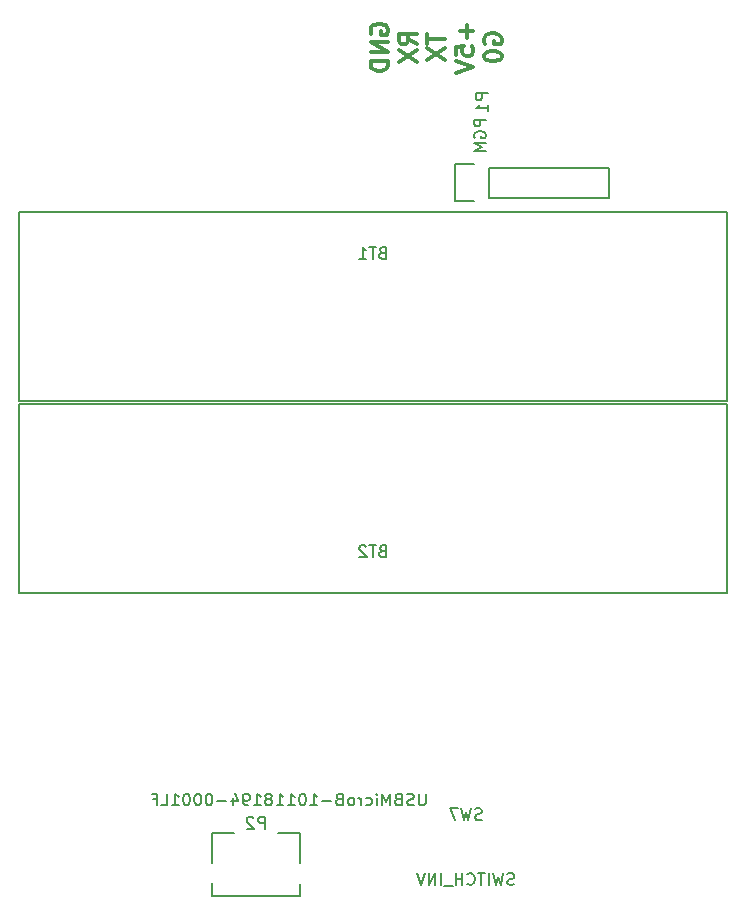
<source format=gbo>
G04 #@! TF.FileFunction,Legend,Bot*
%FSLAX46Y46*%
G04 Gerber Fmt 4.6, Leading zero omitted, Abs format (unit mm)*
G04 Created by KiCad (PCBNEW 4.0.2+dfsg1-stable) date Fri 28 Sep 2018 02:00:57 AM EDT*
%MOMM*%
G01*
G04 APERTURE LIST*
%ADD10C,0.100000*%
%ADD11C,0.300000*%
%ADD12C,0.150000*%
G04 APERTURE END LIST*
D10*
D11*
X86480000Y-24397143D02*
X86408571Y-24254286D01*
X86408571Y-24040000D01*
X86480000Y-23825715D01*
X86622857Y-23682857D01*
X86765714Y-23611429D01*
X87051429Y-23540000D01*
X87265714Y-23540000D01*
X87551429Y-23611429D01*
X87694286Y-23682857D01*
X87837143Y-23825715D01*
X87908571Y-24040000D01*
X87908571Y-24182857D01*
X87837143Y-24397143D01*
X87765714Y-24468572D01*
X87265714Y-24468572D01*
X87265714Y-24182857D01*
X87908571Y-25111429D02*
X86408571Y-25111429D01*
X87908571Y-25968572D01*
X86408571Y-25968572D01*
X87908571Y-26682858D02*
X86408571Y-26682858D01*
X86408571Y-27040001D01*
X86480000Y-27254286D01*
X86622857Y-27397144D01*
X86765714Y-27468572D01*
X87051429Y-27540001D01*
X87265714Y-27540001D01*
X87551429Y-27468572D01*
X87694286Y-27397144D01*
X87837143Y-27254286D01*
X87908571Y-27040001D01*
X87908571Y-26682858D01*
X90308571Y-25290001D02*
X89594286Y-24790001D01*
X90308571Y-24432858D02*
X88808571Y-24432858D01*
X88808571Y-25004286D01*
X88880000Y-25147144D01*
X88951429Y-25218572D01*
X89094286Y-25290001D01*
X89308571Y-25290001D01*
X89451429Y-25218572D01*
X89522857Y-25147144D01*
X89594286Y-25004286D01*
X89594286Y-24432858D01*
X88808571Y-25790001D02*
X90308571Y-26790001D01*
X88808571Y-26790001D02*
X90308571Y-25790001D01*
X91208571Y-24397143D02*
X91208571Y-25254286D01*
X92708571Y-24825715D02*
X91208571Y-24825715D01*
X91208571Y-25611429D02*
X92708571Y-26611429D01*
X91208571Y-26611429D02*
X92708571Y-25611429D01*
X94537143Y-23611429D02*
X94537143Y-24754286D01*
X95108571Y-24182857D02*
X93965714Y-24182857D01*
X93608571Y-26182858D02*
X93608571Y-25468572D01*
X94322857Y-25397143D01*
X94251429Y-25468572D01*
X94180000Y-25611429D01*
X94180000Y-25968572D01*
X94251429Y-26111429D01*
X94322857Y-26182858D01*
X94465714Y-26254286D01*
X94822857Y-26254286D01*
X94965714Y-26182858D01*
X95037143Y-26111429D01*
X95108571Y-25968572D01*
X95108571Y-25611429D01*
X95037143Y-25468572D01*
X94965714Y-25397143D01*
X93608571Y-26682857D02*
X95108571Y-27182857D01*
X93608571Y-27682857D01*
X96080000Y-25218572D02*
X96008571Y-25075715D01*
X96008571Y-24861429D01*
X96080000Y-24647144D01*
X96222857Y-24504286D01*
X96365714Y-24432858D01*
X96651429Y-24361429D01*
X96865714Y-24361429D01*
X97151429Y-24432858D01*
X97294286Y-24504286D01*
X97437143Y-24647144D01*
X97508571Y-24861429D01*
X97508571Y-25004286D01*
X97437143Y-25218572D01*
X97365714Y-25290001D01*
X96865714Y-25290001D01*
X96865714Y-25004286D01*
X96008571Y-26218572D02*
X96008571Y-26361429D01*
X96080000Y-26504286D01*
X96151429Y-26575715D01*
X96294286Y-26647144D01*
X96580000Y-26718572D01*
X96937143Y-26718572D01*
X97222857Y-26647144D01*
X97365714Y-26575715D01*
X97437143Y-26504286D01*
X97508571Y-26361429D01*
X97508571Y-26218572D01*
X97437143Y-26075715D01*
X97365714Y-26004286D01*
X97222857Y-25932858D01*
X96937143Y-25861429D01*
X96580000Y-25861429D01*
X96294286Y-25932858D01*
X96151429Y-26004286D01*
X96080000Y-26075715D01*
X96008571Y-26218572D01*
D12*
X95140000Y-35450000D02*
X93590000Y-35450000D01*
X93590000Y-35450000D02*
X93590000Y-38550000D01*
X93590000Y-38550000D02*
X95140000Y-38550000D01*
X96410000Y-38270000D02*
X106570000Y-38270000D01*
X106570000Y-38270000D02*
X106570000Y-35730000D01*
X106570000Y-35730000D02*
X96410000Y-35730000D01*
X96410000Y-38270000D02*
X96410000Y-35730000D01*
X74858000Y-92060000D02*
X72958000Y-92060000D01*
X72958000Y-92060000D02*
X72958000Y-94610000D01*
X80458000Y-94610000D02*
X80458000Y-92060000D01*
X80458000Y-92060000D02*
X78558000Y-92060000D01*
X72958000Y-97410000D02*
X72958000Y-96260000D01*
X80458000Y-97410000D02*
X80458000Y-96360000D01*
X79058000Y-97410000D02*
X80458000Y-97410000D01*
X74358000Y-97410000D02*
X72958000Y-97410000D01*
X79058000Y-97410000D02*
X74358000Y-97410000D01*
X56614000Y-39498000D02*
X116614000Y-39498000D01*
X116614000Y-39498000D02*
X116614000Y-55498000D01*
X116614000Y-55498000D02*
X56614000Y-55498000D01*
X56614000Y-55498000D02*
X56614000Y-39498000D01*
X116614000Y-71754000D02*
X56614000Y-71754000D01*
X56614000Y-71754000D02*
X56614000Y-55754000D01*
X56614000Y-55754000D02*
X116614000Y-55754000D01*
X116614000Y-55754000D02*
X116614000Y-71754000D01*
X96322381Y-29441905D02*
X95322381Y-29441905D01*
X95322381Y-29822858D01*
X95370000Y-29918096D01*
X95417619Y-29965715D01*
X95512857Y-30013334D01*
X95655714Y-30013334D01*
X95750952Y-29965715D01*
X95798571Y-29918096D01*
X95846190Y-29822858D01*
X95846190Y-29441905D01*
X96322381Y-30965715D02*
X96322381Y-30394286D01*
X96322381Y-30680000D02*
X95322381Y-30680000D01*
X95465238Y-30584762D01*
X95560476Y-30489524D01*
X95608095Y-30394286D01*
X96162381Y-31666667D02*
X95162381Y-31666667D01*
X95162381Y-32047620D01*
X95210000Y-32142858D01*
X95257619Y-32190477D01*
X95352857Y-32238096D01*
X95495714Y-32238096D01*
X95590952Y-32190477D01*
X95638571Y-32142858D01*
X95686190Y-32047620D01*
X95686190Y-31666667D01*
X95210000Y-33190477D02*
X95162381Y-33095239D01*
X95162381Y-32952382D01*
X95210000Y-32809524D01*
X95305238Y-32714286D01*
X95400476Y-32666667D01*
X95590952Y-32619048D01*
X95733810Y-32619048D01*
X95924286Y-32666667D01*
X96019524Y-32714286D01*
X96114762Y-32809524D01*
X96162381Y-32952382D01*
X96162381Y-33047620D01*
X96114762Y-33190477D01*
X96067143Y-33238096D01*
X95733810Y-33238096D01*
X95733810Y-33047620D01*
X96162381Y-33666667D02*
X95162381Y-33666667D01*
X95876667Y-34000001D01*
X95162381Y-34333334D01*
X96162381Y-34333334D01*
X77448635Y-91689161D02*
X77448635Y-90689161D01*
X77067682Y-90689161D01*
X76972444Y-90736780D01*
X76924825Y-90784399D01*
X76877206Y-90879637D01*
X76877206Y-91022494D01*
X76924825Y-91117732D01*
X76972444Y-91165351D01*
X77067682Y-91212970D01*
X77448635Y-91212970D01*
X76496254Y-90784399D02*
X76448635Y-90736780D01*
X76353397Y-90689161D01*
X76115301Y-90689161D01*
X76020063Y-90736780D01*
X75972444Y-90784399D01*
X75924825Y-90879637D01*
X75924825Y-90974875D01*
X75972444Y-91117732D01*
X76543873Y-91689161D01*
X75924825Y-91689161D01*
X91067619Y-88722381D02*
X91067619Y-89531905D01*
X91020000Y-89627143D01*
X90972381Y-89674762D01*
X90877143Y-89722381D01*
X90686666Y-89722381D01*
X90591428Y-89674762D01*
X90543809Y-89627143D01*
X90496190Y-89531905D01*
X90496190Y-88722381D01*
X90067619Y-89674762D02*
X89924762Y-89722381D01*
X89686666Y-89722381D01*
X89591428Y-89674762D01*
X89543809Y-89627143D01*
X89496190Y-89531905D01*
X89496190Y-89436667D01*
X89543809Y-89341429D01*
X89591428Y-89293810D01*
X89686666Y-89246190D01*
X89877143Y-89198571D01*
X89972381Y-89150952D01*
X90020000Y-89103333D01*
X90067619Y-89008095D01*
X90067619Y-88912857D01*
X90020000Y-88817619D01*
X89972381Y-88770000D01*
X89877143Y-88722381D01*
X89639047Y-88722381D01*
X89496190Y-88770000D01*
X88734285Y-89198571D02*
X88591428Y-89246190D01*
X88543809Y-89293810D01*
X88496190Y-89389048D01*
X88496190Y-89531905D01*
X88543809Y-89627143D01*
X88591428Y-89674762D01*
X88686666Y-89722381D01*
X89067619Y-89722381D01*
X89067619Y-88722381D01*
X88734285Y-88722381D01*
X88639047Y-88770000D01*
X88591428Y-88817619D01*
X88543809Y-88912857D01*
X88543809Y-89008095D01*
X88591428Y-89103333D01*
X88639047Y-89150952D01*
X88734285Y-89198571D01*
X89067619Y-89198571D01*
X88067619Y-89722381D02*
X88067619Y-88722381D01*
X87734285Y-89436667D01*
X87400952Y-88722381D01*
X87400952Y-89722381D01*
X86924762Y-89722381D02*
X86924762Y-89055714D01*
X86924762Y-88722381D02*
X86972381Y-88770000D01*
X86924762Y-88817619D01*
X86877143Y-88770000D01*
X86924762Y-88722381D01*
X86924762Y-88817619D01*
X86020000Y-89674762D02*
X86115238Y-89722381D01*
X86305715Y-89722381D01*
X86400953Y-89674762D01*
X86448572Y-89627143D01*
X86496191Y-89531905D01*
X86496191Y-89246190D01*
X86448572Y-89150952D01*
X86400953Y-89103333D01*
X86305715Y-89055714D01*
X86115238Y-89055714D01*
X86020000Y-89103333D01*
X85591429Y-89722381D02*
X85591429Y-89055714D01*
X85591429Y-89246190D02*
X85543810Y-89150952D01*
X85496191Y-89103333D01*
X85400953Y-89055714D01*
X85305714Y-89055714D01*
X84829524Y-89722381D02*
X84924762Y-89674762D01*
X84972381Y-89627143D01*
X85020000Y-89531905D01*
X85020000Y-89246190D01*
X84972381Y-89150952D01*
X84924762Y-89103333D01*
X84829524Y-89055714D01*
X84686666Y-89055714D01*
X84591428Y-89103333D01*
X84543809Y-89150952D01*
X84496190Y-89246190D01*
X84496190Y-89531905D01*
X84543809Y-89627143D01*
X84591428Y-89674762D01*
X84686666Y-89722381D01*
X84829524Y-89722381D01*
X83734285Y-89198571D02*
X83591428Y-89246190D01*
X83543809Y-89293810D01*
X83496190Y-89389048D01*
X83496190Y-89531905D01*
X83543809Y-89627143D01*
X83591428Y-89674762D01*
X83686666Y-89722381D01*
X84067619Y-89722381D01*
X84067619Y-88722381D01*
X83734285Y-88722381D01*
X83639047Y-88770000D01*
X83591428Y-88817619D01*
X83543809Y-88912857D01*
X83543809Y-89008095D01*
X83591428Y-89103333D01*
X83639047Y-89150952D01*
X83734285Y-89198571D01*
X84067619Y-89198571D01*
X83067619Y-89341429D02*
X82305714Y-89341429D01*
X81305714Y-89722381D02*
X81877143Y-89722381D01*
X81591429Y-89722381D02*
X81591429Y-88722381D01*
X81686667Y-88865238D01*
X81781905Y-88960476D01*
X81877143Y-89008095D01*
X80686667Y-88722381D02*
X80591428Y-88722381D01*
X80496190Y-88770000D01*
X80448571Y-88817619D01*
X80400952Y-88912857D01*
X80353333Y-89103333D01*
X80353333Y-89341429D01*
X80400952Y-89531905D01*
X80448571Y-89627143D01*
X80496190Y-89674762D01*
X80591428Y-89722381D01*
X80686667Y-89722381D01*
X80781905Y-89674762D01*
X80829524Y-89627143D01*
X80877143Y-89531905D01*
X80924762Y-89341429D01*
X80924762Y-89103333D01*
X80877143Y-88912857D01*
X80829524Y-88817619D01*
X80781905Y-88770000D01*
X80686667Y-88722381D01*
X79400952Y-89722381D02*
X79972381Y-89722381D01*
X79686667Y-89722381D02*
X79686667Y-88722381D01*
X79781905Y-88865238D01*
X79877143Y-88960476D01*
X79972381Y-89008095D01*
X78448571Y-89722381D02*
X79020000Y-89722381D01*
X78734286Y-89722381D02*
X78734286Y-88722381D01*
X78829524Y-88865238D01*
X78924762Y-88960476D01*
X79020000Y-89008095D01*
X77877143Y-89150952D02*
X77972381Y-89103333D01*
X78020000Y-89055714D01*
X78067619Y-88960476D01*
X78067619Y-88912857D01*
X78020000Y-88817619D01*
X77972381Y-88770000D01*
X77877143Y-88722381D01*
X77686666Y-88722381D01*
X77591428Y-88770000D01*
X77543809Y-88817619D01*
X77496190Y-88912857D01*
X77496190Y-88960476D01*
X77543809Y-89055714D01*
X77591428Y-89103333D01*
X77686666Y-89150952D01*
X77877143Y-89150952D01*
X77972381Y-89198571D01*
X78020000Y-89246190D01*
X78067619Y-89341429D01*
X78067619Y-89531905D01*
X78020000Y-89627143D01*
X77972381Y-89674762D01*
X77877143Y-89722381D01*
X77686666Y-89722381D01*
X77591428Y-89674762D01*
X77543809Y-89627143D01*
X77496190Y-89531905D01*
X77496190Y-89341429D01*
X77543809Y-89246190D01*
X77591428Y-89198571D01*
X77686666Y-89150952D01*
X76543809Y-89722381D02*
X77115238Y-89722381D01*
X76829524Y-89722381D02*
X76829524Y-88722381D01*
X76924762Y-88865238D01*
X77020000Y-88960476D01*
X77115238Y-89008095D01*
X76067619Y-89722381D02*
X75877143Y-89722381D01*
X75781904Y-89674762D01*
X75734285Y-89627143D01*
X75639047Y-89484286D01*
X75591428Y-89293810D01*
X75591428Y-88912857D01*
X75639047Y-88817619D01*
X75686666Y-88770000D01*
X75781904Y-88722381D01*
X75972381Y-88722381D01*
X76067619Y-88770000D01*
X76115238Y-88817619D01*
X76162857Y-88912857D01*
X76162857Y-89150952D01*
X76115238Y-89246190D01*
X76067619Y-89293810D01*
X75972381Y-89341429D01*
X75781904Y-89341429D01*
X75686666Y-89293810D01*
X75639047Y-89246190D01*
X75591428Y-89150952D01*
X74734285Y-89055714D02*
X74734285Y-89722381D01*
X74972381Y-88674762D02*
X75210476Y-89389048D01*
X74591428Y-89389048D01*
X74210476Y-89341429D02*
X73448571Y-89341429D01*
X72781905Y-88722381D02*
X72686666Y-88722381D01*
X72591428Y-88770000D01*
X72543809Y-88817619D01*
X72496190Y-88912857D01*
X72448571Y-89103333D01*
X72448571Y-89341429D01*
X72496190Y-89531905D01*
X72543809Y-89627143D01*
X72591428Y-89674762D01*
X72686666Y-89722381D01*
X72781905Y-89722381D01*
X72877143Y-89674762D01*
X72924762Y-89627143D01*
X72972381Y-89531905D01*
X73020000Y-89341429D01*
X73020000Y-89103333D01*
X72972381Y-88912857D01*
X72924762Y-88817619D01*
X72877143Y-88770000D01*
X72781905Y-88722381D01*
X71829524Y-88722381D02*
X71734285Y-88722381D01*
X71639047Y-88770000D01*
X71591428Y-88817619D01*
X71543809Y-88912857D01*
X71496190Y-89103333D01*
X71496190Y-89341429D01*
X71543809Y-89531905D01*
X71591428Y-89627143D01*
X71639047Y-89674762D01*
X71734285Y-89722381D01*
X71829524Y-89722381D01*
X71924762Y-89674762D01*
X71972381Y-89627143D01*
X72020000Y-89531905D01*
X72067619Y-89341429D01*
X72067619Y-89103333D01*
X72020000Y-88912857D01*
X71972381Y-88817619D01*
X71924762Y-88770000D01*
X71829524Y-88722381D01*
X70877143Y-88722381D02*
X70781904Y-88722381D01*
X70686666Y-88770000D01*
X70639047Y-88817619D01*
X70591428Y-88912857D01*
X70543809Y-89103333D01*
X70543809Y-89341429D01*
X70591428Y-89531905D01*
X70639047Y-89627143D01*
X70686666Y-89674762D01*
X70781904Y-89722381D01*
X70877143Y-89722381D01*
X70972381Y-89674762D01*
X71020000Y-89627143D01*
X71067619Y-89531905D01*
X71115238Y-89341429D01*
X71115238Y-89103333D01*
X71067619Y-88912857D01*
X71020000Y-88817619D01*
X70972381Y-88770000D01*
X70877143Y-88722381D01*
X69591428Y-89722381D02*
X70162857Y-89722381D01*
X69877143Y-89722381D02*
X69877143Y-88722381D01*
X69972381Y-88865238D01*
X70067619Y-88960476D01*
X70162857Y-89008095D01*
X68686666Y-89722381D02*
X69162857Y-89722381D01*
X69162857Y-88722381D01*
X68019999Y-89198571D02*
X68353333Y-89198571D01*
X68353333Y-89722381D02*
X68353333Y-88722381D01*
X67877142Y-88722381D01*
X95821333Y-90914762D02*
X95678476Y-90962381D01*
X95440380Y-90962381D01*
X95345142Y-90914762D01*
X95297523Y-90867143D01*
X95249904Y-90771905D01*
X95249904Y-90676667D01*
X95297523Y-90581429D01*
X95345142Y-90533810D01*
X95440380Y-90486190D01*
X95630857Y-90438571D01*
X95726095Y-90390952D01*
X95773714Y-90343333D01*
X95821333Y-90248095D01*
X95821333Y-90152857D01*
X95773714Y-90057619D01*
X95726095Y-90010000D01*
X95630857Y-89962381D01*
X95392761Y-89962381D01*
X95249904Y-90010000D01*
X94916571Y-89962381D02*
X94678476Y-90962381D01*
X94487999Y-90248095D01*
X94297523Y-90962381D01*
X94059428Y-89962381D01*
X93773714Y-89962381D02*
X93107047Y-89962381D01*
X93535619Y-90962381D01*
X98559428Y-96414762D02*
X98416571Y-96462381D01*
X98178475Y-96462381D01*
X98083237Y-96414762D01*
X98035618Y-96367143D01*
X97987999Y-96271905D01*
X97987999Y-96176667D01*
X98035618Y-96081429D01*
X98083237Y-96033810D01*
X98178475Y-95986190D01*
X98368952Y-95938571D01*
X98464190Y-95890952D01*
X98511809Y-95843333D01*
X98559428Y-95748095D01*
X98559428Y-95652857D01*
X98511809Y-95557619D01*
X98464190Y-95510000D01*
X98368952Y-95462381D01*
X98130856Y-95462381D01*
X97987999Y-95510000D01*
X97654666Y-95462381D02*
X97416571Y-96462381D01*
X97226094Y-95748095D01*
X97035618Y-96462381D01*
X96797523Y-95462381D01*
X96416571Y-96462381D02*
X96416571Y-95462381D01*
X96083238Y-95462381D02*
X95511809Y-95462381D01*
X95797524Y-96462381D02*
X95797524Y-95462381D01*
X94607047Y-96367143D02*
X94654666Y-96414762D01*
X94797523Y-96462381D01*
X94892761Y-96462381D01*
X95035619Y-96414762D01*
X95130857Y-96319524D01*
X95178476Y-96224286D01*
X95226095Y-96033810D01*
X95226095Y-95890952D01*
X95178476Y-95700476D01*
X95130857Y-95605238D01*
X95035619Y-95510000D01*
X94892761Y-95462381D01*
X94797523Y-95462381D01*
X94654666Y-95510000D01*
X94607047Y-95557619D01*
X94178476Y-96462381D02*
X94178476Y-95462381D01*
X94178476Y-95938571D02*
X93607047Y-95938571D01*
X93607047Y-96462381D02*
X93607047Y-95462381D01*
X93368952Y-96557619D02*
X92607047Y-96557619D01*
X92368952Y-96462381D02*
X92368952Y-95462381D01*
X91892762Y-96462381D02*
X91892762Y-95462381D01*
X91321333Y-96462381D01*
X91321333Y-95462381D01*
X90988000Y-95462381D02*
X90654667Y-96462381D01*
X90321333Y-95462381D01*
X87399714Y-42926571D02*
X87256857Y-42974190D01*
X87209238Y-43021810D01*
X87161619Y-43117048D01*
X87161619Y-43259905D01*
X87209238Y-43355143D01*
X87256857Y-43402762D01*
X87352095Y-43450381D01*
X87733048Y-43450381D01*
X87733048Y-42450381D01*
X87399714Y-42450381D01*
X87304476Y-42498000D01*
X87256857Y-42545619D01*
X87209238Y-42640857D01*
X87209238Y-42736095D01*
X87256857Y-42831333D01*
X87304476Y-42878952D01*
X87399714Y-42926571D01*
X87733048Y-42926571D01*
X86875905Y-42450381D02*
X86304476Y-42450381D01*
X86590191Y-43450381D02*
X86590191Y-42450381D01*
X85447333Y-43450381D02*
X86018762Y-43450381D01*
X85733048Y-43450381D02*
X85733048Y-42450381D01*
X85828286Y-42593238D01*
X85923524Y-42688476D01*
X86018762Y-42736095D01*
X87399714Y-68182571D02*
X87256857Y-68230190D01*
X87209238Y-68277810D01*
X87161619Y-68373048D01*
X87161619Y-68515905D01*
X87209238Y-68611143D01*
X87256857Y-68658762D01*
X87352095Y-68706381D01*
X87733048Y-68706381D01*
X87733048Y-67706381D01*
X87399714Y-67706381D01*
X87304476Y-67754000D01*
X87256857Y-67801619D01*
X87209238Y-67896857D01*
X87209238Y-67992095D01*
X87256857Y-68087333D01*
X87304476Y-68134952D01*
X87399714Y-68182571D01*
X87733048Y-68182571D01*
X86875905Y-67706381D02*
X86304476Y-67706381D01*
X86590191Y-68706381D02*
X86590191Y-67706381D01*
X86018762Y-67801619D02*
X85971143Y-67754000D01*
X85875905Y-67706381D01*
X85637809Y-67706381D01*
X85542571Y-67754000D01*
X85494952Y-67801619D01*
X85447333Y-67896857D01*
X85447333Y-67992095D01*
X85494952Y-68134952D01*
X86066381Y-68706381D01*
X85447333Y-68706381D01*
M02*

</source>
